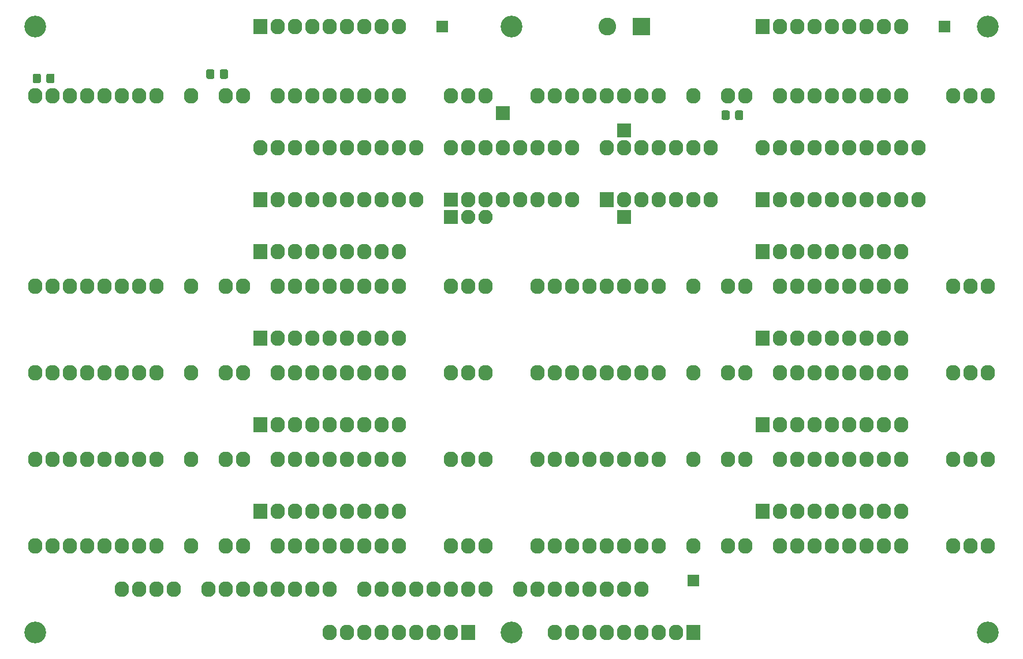
<source format=gbr>
%TF.GenerationSoftware,KiCad,Pcbnew,(5.1.8)-1*%
%TF.CreationDate,2024-01-21T21:11:34+03:00*%
%TF.ProjectId,Regs-v3,52656773-2d76-4332-9e6b-696361645f70,rev?*%
%TF.SameCoordinates,Original*%
%TF.FileFunction,Soldermask,Top*%
%TF.FilePolarity,Negative*%
%FSLAX46Y46*%
G04 Gerber Fmt 4.6, Leading zero omitted, Abs format (unit mm)*
G04 Created by KiCad (PCBNEW (5.1.8)-1) date 2024-01-21 21:11:34*
%MOMM*%
%LPD*%
G01*
G04 APERTURE LIST*
%ADD10R,1.700000X1.700000*%
%ADD11O,2.100000X2.300000*%
%ADD12R,2.100000X2.300000*%
%ADD13C,2.600000*%
%ADD14R,2.600000X2.600000*%
%ADD15R,2.100000X2.100000*%
%ADD16O,2.100000X2.100000*%
%ADD17C,3.200000*%
G04 APERTURE END LIST*
D10*
%TO.C,J20*%
X153670000Y-20320000D03*
%TD*%
%TO.C,J19*%
X80010000Y-20320000D03*
%TD*%
%TO.C,R8*%
G36*
G01*
X21942500Y-28390001D02*
X21942500Y-27489999D01*
G75*
G02*
X22192499Y-27240000I249999J0D01*
G01*
X22892501Y-27240000D01*
G75*
G02*
X23142500Y-27489999I0J-249999D01*
G01*
X23142500Y-28390001D01*
G75*
G02*
X22892501Y-28640000I-249999J0D01*
G01*
X22192499Y-28640000D01*
G75*
G02*
X21942500Y-28390001I0J249999D01*
G01*
G37*
G36*
G01*
X19942500Y-28390001D02*
X19942500Y-27489999D01*
G75*
G02*
X20192499Y-27240000I249999J0D01*
G01*
X20892501Y-27240000D01*
G75*
G02*
X21142500Y-27489999I0J-249999D01*
G01*
X21142500Y-28390001D01*
G75*
G02*
X20892501Y-28640000I-249999J0D01*
G01*
X20192499Y-28640000D01*
G75*
G02*
X19942500Y-28390001I0J249999D01*
G01*
G37*
%TD*%
D11*
%TO.C,J18*%
X63500000Y-109220000D03*
X66040000Y-109220000D03*
X68580000Y-109220000D03*
X71120000Y-109220000D03*
X73660000Y-109220000D03*
X76200000Y-109220000D03*
X78740000Y-109220000D03*
X81280000Y-109220000D03*
D12*
X83820000Y-109220000D03*
%TD*%
D11*
%TO.C,J17*%
X96520000Y-109220000D03*
X99060000Y-109220000D03*
X101600000Y-109220000D03*
X104140000Y-109220000D03*
X106680000Y-109220000D03*
X109220000Y-109220000D03*
X111760000Y-109220000D03*
X114300000Y-109220000D03*
D12*
X116840000Y-109220000D03*
%TD*%
D11*
%TO.C,U15*%
X33020000Y-102870000D03*
X35560000Y-102870000D03*
X38100000Y-102870000D03*
X40640000Y-102870000D03*
X45720000Y-102870000D03*
X48260000Y-102870000D03*
X50800000Y-102870000D03*
X53340000Y-102870000D03*
X55880000Y-102870000D03*
X58420000Y-102870000D03*
X60960000Y-102870000D03*
X63500000Y-102870000D03*
X68580000Y-102870000D03*
X71120000Y-102870000D03*
X73660000Y-102870000D03*
X76200000Y-102870000D03*
X78740000Y-102870000D03*
X81280000Y-102870000D03*
X83820000Y-102870000D03*
X86360000Y-102870000D03*
X91440000Y-102870000D03*
X93980000Y-102870000D03*
X96520000Y-102870000D03*
X99060000Y-102870000D03*
X101600000Y-102870000D03*
X104140000Y-102870000D03*
X106680000Y-102870000D03*
X109220000Y-102870000D03*
%TD*%
D13*
%TO.C,J16*%
X104220000Y-20320000D03*
D14*
X109220000Y-20320000D03*
%TD*%
D11*
%TO.C,U14*%
X104140000Y-38100000D03*
X119380000Y-45720000D03*
X106680000Y-38100000D03*
X116840000Y-45720000D03*
X109220000Y-38100000D03*
X114300000Y-45720000D03*
X111760000Y-38100000D03*
X111760000Y-45720000D03*
X114300000Y-38100000D03*
X109220000Y-45720000D03*
X116840000Y-38100000D03*
X106680000Y-45720000D03*
X119380000Y-38100000D03*
D12*
X104140000Y-45720000D03*
%TD*%
D11*
%TO.C,U13*%
X81280000Y-38100000D03*
X99060000Y-45720000D03*
X83820000Y-38100000D03*
X96520000Y-45720000D03*
X86360000Y-38100000D03*
X93980000Y-45720000D03*
X88900000Y-38100000D03*
X91440000Y-45720000D03*
X91440000Y-38100000D03*
X88900000Y-45720000D03*
X93980000Y-38100000D03*
X86360000Y-45720000D03*
X96520000Y-38100000D03*
X83820000Y-45720000D03*
X99060000Y-38100000D03*
D15*
X81280000Y-45720000D03*
%TD*%
%TO.C,R2*%
G36*
G01*
X47390000Y-27755001D02*
X47390000Y-26854999D01*
G75*
G02*
X47639999Y-26605000I249999J0D01*
G01*
X48340001Y-26605000D01*
G75*
G02*
X48590000Y-26854999I0J-249999D01*
G01*
X48590000Y-27755001D01*
G75*
G02*
X48340001Y-28005000I-249999J0D01*
G01*
X47639999Y-28005000D01*
G75*
G02*
X47390000Y-27755001I0J249999D01*
G01*
G37*
G36*
G01*
X45390000Y-27755001D02*
X45390000Y-26854999D01*
G75*
G02*
X45639999Y-26605000I249999J0D01*
G01*
X46340001Y-26605000D01*
G75*
G02*
X46590000Y-26854999I0J-249999D01*
G01*
X46590000Y-27755001D01*
G75*
G02*
X46340001Y-28005000I-249999J0D01*
G01*
X45639999Y-28005000D01*
G75*
G02*
X45390000Y-27755001I0J249999D01*
G01*
G37*
%TD*%
%TO.C,R1*%
G36*
G01*
X122955000Y-33787501D02*
X122955000Y-32887499D01*
G75*
G02*
X123204999Y-32637500I249999J0D01*
G01*
X123905001Y-32637500D01*
G75*
G02*
X124155000Y-32887499I0J-249999D01*
G01*
X124155000Y-33787501D01*
G75*
G02*
X123905001Y-34037500I-249999J0D01*
G01*
X123204999Y-34037500D01*
G75*
G02*
X122955000Y-33787501I0J249999D01*
G01*
G37*
G36*
G01*
X120955000Y-33787501D02*
X120955000Y-32887499D01*
G75*
G02*
X121204999Y-32637500I249999J0D01*
G01*
X121905001Y-32637500D01*
G75*
G02*
X122155000Y-32887499I0J-249999D01*
G01*
X122155000Y-33787501D01*
G75*
G02*
X121905001Y-34037500I-249999J0D01*
G01*
X121204999Y-34037500D01*
G75*
G02*
X120955000Y-33787501I0J249999D01*
G01*
G37*
%TD*%
%TO.C,J15*%
X106680000Y-48260000D03*
%TD*%
%TO.C,J14*%
X106680000Y-35560000D03*
%TD*%
D10*
%TO.C,J13*%
X116840000Y-101600000D03*
%TD*%
D15*
%TO.C,J12*%
X88900000Y-33020000D03*
%TD*%
D16*
%TO.C,J11*%
X86360000Y-48260000D03*
X83820000Y-48260000D03*
D15*
X81280000Y-48260000D03*
%TD*%
D11*
%TO.C,J10*%
X73660000Y-20320000D03*
X71120000Y-20320000D03*
X68580000Y-20320000D03*
X66040000Y-20320000D03*
X63500000Y-20320000D03*
X60960000Y-20320000D03*
X58420000Y-20320000D03*
X55880000Y-20320000D03*
D12*
X53340000Y-20320000D03*
%TD*%
D11*
%TO.C,U12*%
X53340000Y-38100000D03*
X76200000Y-45720000D03*
X55880000Y-38100000D03*
X73660000Y-45720000D03*
X58420000Y-38100000D03*
X71120000Y-45720000D03*
X60960000Y-38100000D03*
X68580000Y-45720000D03*
X63500000Y-38100000D03*
X66040000Y-45720000D03*
X66040000Y-38100000D03*
X63500000Y-45720000D03*
X68580000Y-38100000D03*
X60960000Y-45720000D03*
X71120000Y-38100000D03*
X58420000Y-45720000D03*
X73660000Y-38100000D03*
X55880000Y-45720000D03*
X76200000Y-38100000D03*
D12*
X53340000Y-45720000D03*
%TD*%
D11*
%TO.C,U11*%
X127000000Y-38100000D03*
X149860000Y-45720000D03*
X129540000Y-38100000D03*
X147320000Y-45720000D03*
X132080000Y-38100000D03*
X144780000Y-45720000D03*
X134620000Y-38100000D03*
X142240000Y-45720000D03*
X137160000Y-38100000D03*
X139700000Y-45720000D03*
X139700000Y-38100000D03*
X137160000Y-45720000D03*
X142240000Y-38100000D03*
X134620000Y-45720000D03*
X144780000Y-38100000D03*
X132080000Y-45720000D03*
X147320000Y-38100000D03*
X129540000Y-45720000D03*
X149860000Y-38100000D03*
D12*
X127000000Y-45720000D03*
%TD*%
D11*
%TO.C,J9*%
X147320000Y-20320000D03*
X144780000Y-20320000D03*
X142240000Y-20320000D03*
X139700000Y-20320000D03*
X137160000Y-20320000D03*
X134620000Y-20320000D03*
X132080000Y-20320000D03*
X129540000Y-20320000D03*
D12*
X127000000Y-20320000D03*
%TD*%
D11*
%TO.C,J8*%
X73660000Y-53340000D03*
X71120000Y-53340000D03*
X68580000Y-53340000D03*
X66040000Y-53340000D03*
X63500000Y-53340000D03*
X60960000Y-53340000D03*
X58420000Y-53340000D03*
X55880000Y-53340000D03*
D12*
X53340000Y-53340000D03*
%TD*%
D11*
%TO.C,J7*%
X147320000Y-53340000D03*
X144780000Y-53340000D03*
X142240000Y-53340000D03*
X139700000Y-53340000D03*
X137160000Y-53340000D03*
X134620000Y-53340000D03*
X132080000Y-53340000D03*
X129540000Y-53340000D03*
D12*
X127000000Y-53340000D03*
%TD*%
D11*
%TO.C,J6*%
X73660000Y-66040000D03*
X71120000Y-66040000D03*
X68580000Y-66040000D03*
X66040000Y-66040000D03*
X63500000Y-66040000D03*
X60960000Y-66040000D03*
X58420000Y-66040000D03*
X55880000Y-66040000D03*
D12*
X53340000Y-66040000D03*
%TD*%
D11*
%TO.C,J5*%
X147320000Y-66040000D03*
X144780000Y-66040000D03*
X142240000Y-66040000D03*
X139700000Y-66040000D03*
X137160000Y-66040000D03*
X134620000Y-66040000D03*
X132080000Y-66040000D03*
X129540000Y-66040000D03*
D12*
X127000000Y-66040000D03*
%TD*%
D11*
%TO.C,J4*%
X73660000Y-78740000D03*
X71120000Y-78740000D03*
X68580000Y-78740000D03*
X66040000Y-78740000D03*
X63500000Y-78740000D03*
X60960000Y-78740000D03*
X58420000Y-78740000D03*
X55880000Y-78740000D03*
D12*
X53340000Y-78740000D03*
%TD*%
D11*
%TO.C,J3*%
X147320000Y-78740000D03*
X144780000Y-78740000D03*
X142240000Y-78740000D03*
X139700000Y-78740000D03*
X137160000Y-78740000D03*
X134620000Y-78740000D03*
X132080000Y-78740000D03*
X129540000Y-78740000D03*
D12*
X127000000Y-78740000D03*
%TD*%
D11*
%TO.C,J2*%
X73660000Y-91440000D03*
X71120000Y-91440000D03*
X68580000Y-91440000D03*
X66040000Y-91440000D03*
X63500000Y-91440000D03*
X60960000Y-91440000D03*
X58420000Y-91440000D03*
X55880000Y-91440000D03*
D12*
X53340000Y-91440000D03*
%TD*%
D11*
%TO.C,J1*%
X147320000Y-91440000D03*
X144780000Y-91440000D03*
X142240000Y-91440000D03*
X139700000Y-91440000D03*
X137160000Y-91440000D03*
X134620000Y-91440000D03*
X132080000Y-91440000D03*
X129540000Y-91440000D03*
D12*
X127000000Y-91440000D03*
%TD*%
D11*
%TO.C,U10*%
X86360000Y-30480000D03*
X83820000Y-30480000D03*
X81280000Y-30480000D03*
X73660000Y-30480000D03*
X71120000Y-30480000D03*
X68580000Y-30480000D03*
X66040000Y-30480000D03*
X63500000Y-30480000D03*
X60960000Y-30480000D03*
X58420000Y-30480000D03*
X55880000Y-30480000D03*
X50800000Y-30480000D03*
X48260000Y-30480000D03*
X43180000Y-30480000D03*
X38100000Y-30480000D03*
X35560000Y-30480000D03*
X33020000Y-30480000D03*
X30480000Y-30480000D03*
X27940000Y-30480000D03*
X25400000Y-30480000D03*
X22860000Y-30480000D03*
X20320000Y-30480000D03*
%TD*%
%TO.C,U9*%
X160020000Y-30480000D03*
X157480000Y-30480000D03*
X154940000Y-30480000D03*
X147320000Y-30480000D03*
X144780000Y-30480000D03*
X142240000Y-30480000D03*
X139700000Y-30480000D03*
X137160000Y-30480000D03*
X134620000Y-30480000D03*
X132080000Y-30480000D03*
X129540000Y-30480000D03*
X124460000Y-30480000D03*
X121920000Y-30480000D03*
X116840000Y-30480000D03*
X111760000Y-30480000D03*
X109220000Y-30480000D03*
X106680000Y-30480000D03*
X104140000Y-30480000D03*
X101600000Y-30480000D03*
X99060000Y-30480000D03*
X96520000Y-30480000D03*
X93980000Y-30480000D03*
%TD*%
D17*
%TO.C,H6*%
X160020000Y-109220000D03*
%TD*%
%TO.C,H4*%
X160020000Y-20320000D03*
%TD*%
%TO.C,H2*%
X90170000Y-109220000D03*
%TD*%
%TO.C,H5*%
X90170000Y-20320000D03*
%TD*%
%TO.C,H3*%
X20320000Y-109220000D03*
%TD*%
%TO.C,H1*%
X20320000Y-20320000D03*
%TD*%
D11*
%TO.C,U1*%
X160020000Y-96520000D03*
X157480000Y-96520000D03*
X154940000Y-96520000D03*
X147320000Y-96520000D03*
X144780000Y-96520000D03*
X142240000Y-96520000D03*
X139700000Y-96520000D03*
X137160000Y-96520000D03*
X134620000Y-96520000D03*
X132080000Y-96520000D03*
X129540000Y-96520000D03*
X124460000Y-96520000D03*
X121920000Y-96520000D03*
X116840000Y-96520000D03*
X111760000Y-96520000D03*
X109220000Y-96520000D03*
X106680000Y-96520000D03*
X104140000Y-96520000D03*
X101600000Y-96520000D03*
X99060000Y-96520000D03*
X96520000Y-96520000D03*
X93980000Y-96520000D03*
%TD*%
%TO.C,U8*%
X86360000Y-58420000D03*
X83820000Y-58420000D03*
X81280000Y-58420000D03*
X73660000Y-58420000D03*
X71120000Y-58420000D03*
X68580000Y-58420000D03*
X66040000Y-58420000D03*
X63500000Y-58420000D03*
X60960000Y-58420000D03*
X58420000Y-58420000D03*
X55880000Y-58420000D03*
X50800000Y-58420000D03*
X48260000Y-58420000D03*
X43180000Y-58420000D03*
X38100000Y-58420000D03*
X35560000Y-58420000D03*
X33020000Y-58420000D03*
X30480000Y-58420000D03*
X27940000Y-58420000D03*
X25400000Y-58420000D03*
X22860000Y-58420000D03*
X20320000Y-58420000D03*
%TD*%
%TO.C,U6*%
X86360000Y-71120000D03*
X83820000Y-71120000D03*
X81280000Y-71120000D03*
X73660000Y-71120000D03*
X71120000Y-71120000D03*
X68580000Y-71120000D03*
X66040000Y-71120000D03*
X63500000Y-71120000D03*
X60960000Y-71120000D03*
X58420000Y-71120000D03*
X55880000Y-71120000D03*
X50800000Y-71120000D03*
X48260000Y-71120000D03*
X43180000Y-71120000D03*
X38100000Y-71120000D03*
X35560000Y-71120000D03*
X33020000Y-71120000D03*
X30480000Y-71120000D03*
X27940000Y-71120000D03*
X25400000Y-71120000D03*
X22860000Y-71120000D03*
X20320000Y-71120000D03*
%TD*%
%TO.C,U4*%
X86360000Y-83820000D03*
X83820000Y-83820000D03*
X81280000Y-83820000D03*
X73660000Y-83820000D03*
X71120000Y-83820000D03*
X68580000Y-83820000D03*
X66040000Y-83820000D03*
X63500000Y-83820000D03*
X60960000Y-83820000D03*
X58420000Y-83820000D03*
X55880000Y-83820000D03*
X50800000Y-83820000D03*
X48260000Y-83820000D03*
X43180000Y-83820000D03*
X38100000Y-83820000D03*
X35560000Y-83820000D03*
X33020000Y-83820000D03*
X30480000Y-83820000D03*
X27940000Y-83820000D03*
X25400000Y-83820000D03*
X22860000Y-83820000D03*
X20320000Y-83820000D03*
%TD*%
%TO.C,U2*%
X86360000Y-96520000D03*
X83820000Y-96520000D03*
X81280000Y-96520000D03*
X73660000Y-96520000D03*
X71120000Y-96520000D03*
X68580000Y-96520000D03*
X66040000Y-96520000D03*
X63500000Y-96520000D03*
X60960000Y-96520000D03*
X58420000Y-96520000D03*
X55880000Y-96520000D03*
X50800000Y-96520000D03*
X48260000Y-96520000D03*
X43180000Y-96520000D03*
X38100000Y-96520000D03*
X35560000Y-96520000D03*
X33020000Y-96520000D03*
X30480000Y-96520000D03*
X27940000Y-96520000D03*
X25400000Y-96520000D03*
X22860000Y-96520000D03*
X20320000Y-96520000D03*
%TD*%
%TO.C,U7*%
X160020000Y-58420000D03*
X157480000Y-58420000D03*
X154940000Y-58420000D03*
X147320000Y-58420000D03*
X144780000Y-58420000D03*
X142240000Y-58420000D03*
X139700000Y-58420000D03*
X137160000Y-58420000D03*
X134620000Y-58420000D03*
X132080000Y-58420000D03*
X129540000Y-58420000D03*
X124460000Y-58420000D03*
X121920000Y-58420000D03*
X116840000Y-58420000D03*
X111760000Y-58420000D03*
X109220000Y-58420000D03*
X106680000Y-58420000D03*
X104140000Y-58420000D03*
X101600000Y-58420000D03*
X99060000Y-58420000D03*
X96520000Y-58420000D03*
X93980000Y-58420000D03*
%TD*%
%TO.C,U5*%
X160020000Y-71120000D03*
X157480000Y-71120000D03*
X154940000Y-71120000D03*
X147320000Y-71120000D03*
X144780000Y-71120000D03*
X142240000Y-71120000D03*
X139700000Y-71120000D03*
X137160000Y-71120000D03*
X134620000Y-71120000D03*
X132080000Y-71120000D03*
X129540000Y-71120000D03*
X124460000Y-71120000D03*
X121920000Y-71120000D03*
X116840000Y-71120000D03*
X111760000Y-71120000D03*
X109220000Y-71120000D03*
X106680000Y-71120000D03*
X104140000Y-71120000D03*
X101600000Y-71120000D03*
X99060000Y-71120000D03*
X96520000Y-71120000D03*
X93980000Y-71120000D03*
%TD*%
%TO.C,U3*%
X160020000Y-83820000D03*
X157480000Y-83820000D03*
X154940000Y-83820000D03*
X147320000Y-83820000D03*
X144780000Y-83820000D03*
X142240000Y-83820000D03*
X139700000Y-83820000D03*
X137160000Y-83820000D03*
X134620000Y-83820000D03*
X132080000Y-83820000D03*
X129540000Y-83820000D03*
X124460000Y-83820000D03*
X121920000Y-83820000D03*
X116840000Y-83820000D03*
X111760000Y-83820000D03*
X109220000Y-83820000D03*
X106680000Y-83820000D03*
X104140000Y-83820000D03*
X101600000Y-83820000D03*
X99060000Y-83820000D03*
X96520000Y-83820000D03*
X93980000Y-83820000D03*
%TD*%
M02*

</source>
